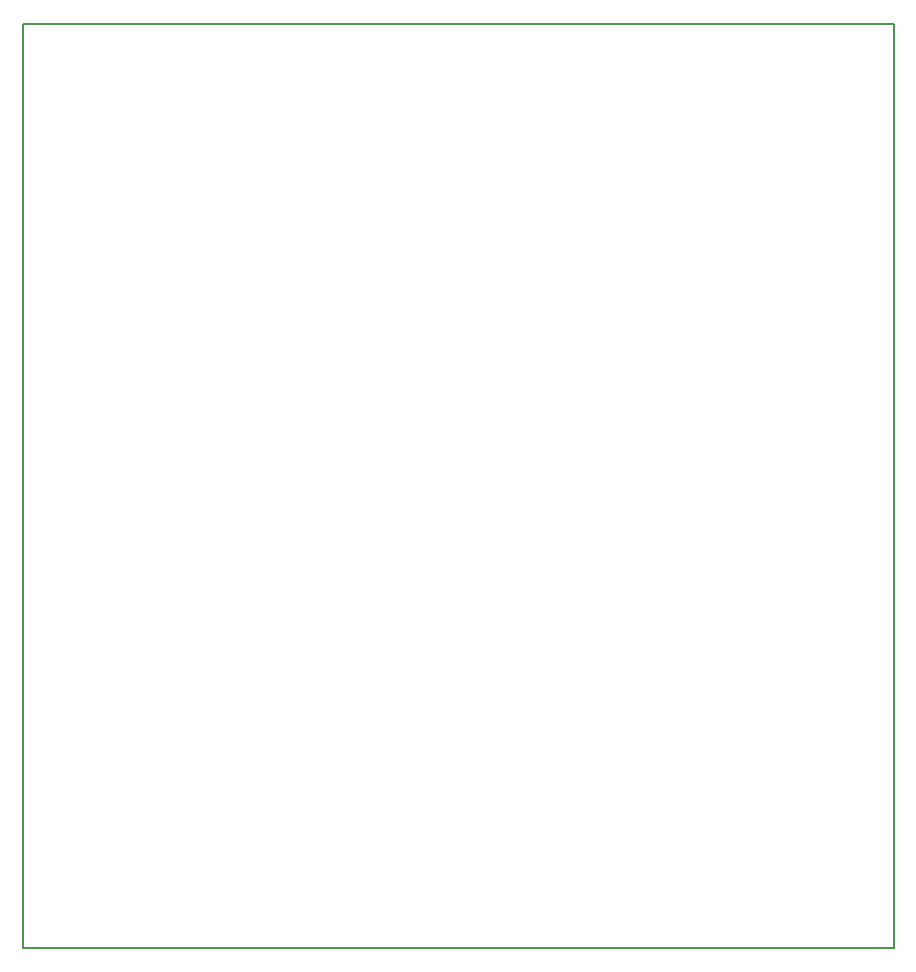
<source format=gbr>
G04 #@! TF.FileFunction,Profile,NP*
%FSLAX46Y46*%
G04 Gerber Fmt 4.6, Leading zero omitted, Abs format (unit mm)*
G04 Created by KiCad (PCBNEW 4.0.5+dfsg1-4~bpo8+1) date Thu Jun 29 19:36:04 2017*
%MOMM*%
%LPD*%
G01*
G04 APERTURE LIST*
%ADD10C,0.100000*%
%ADD11C,0.150000*%
G04 APERTURE END LIST*
D10*
D11*
X134500000Y-72000000D02*
X134500000Y-150250000D01*
X208250000Y-72000000D02*
X134500000Y-72000000D01*
X208250000Y-150250000D02*
X208250000Y-72000000D01*
X134500000Y-150250000D02*
X208250000Y-150250000D01*
M02*

</source>
